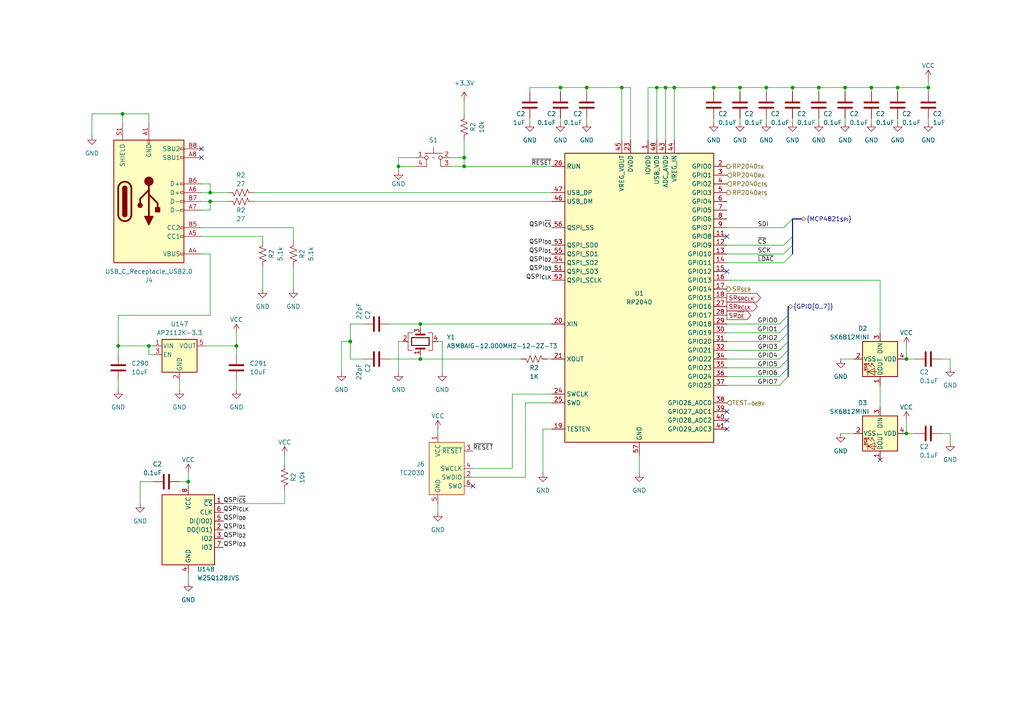
<source format=kicad_sch>
(kicad_sch (version 20230121) (generator eeschema)
  (paper "A4")
  (title_block (title "Extracellular Electrophysiology Test Board") (rev "A") (company "Open Ephys, Inc") (comment 1 "Jonathan P. Newman"))
  (lib_symbols
    (symbol "Connector:Conn_ARM_SWD_TagConnect_TC2030" (in_bom no)
      (property "Reference" "J" (at 2.54 11.43 0))
      (property "Value" "Conn_ARM_SWD_TagConnect_TC2030" (at 5.08 8.89 0))
      (symbol "Conn_ARM_SWD_TagConnect_TC2030_0_0"
        (pin power_in line (at -2.54 10.16 270) (length 2.54) (name "VCC") (number "1"))
        (pin bidirectional line (at 7.62 -2.54 180) (length 2.54) (name "SWDIO") (number "2"))
        (pin open_collector line (at 7.62 5.08 180) (length 2.54) (name "~{RESET}") (number "3"))
        (pin output line (at 7.62 0 180) (length 2.54) (name "SWCLK") (number "4"))
        (pin power_in line (at -2.54 -10.16 90) (length 2.54) (name "GND") (number "5"))
        (pin input line (at 7.62 -5.08 180) (length 2.54) (name "SWO") (number "6"))
      )
      (symbol "Conn_ARM_SWD_TagConnect_TC2030_0_1"
        (rectangle (start -5.08 7.62) (end 5.08 -7.62) (fill (type background)))
      )
    )
    (symbol "Connector:USB_C_Receptacle_USB2.0" (pin_names (offset 1.016))
      (property "Reference" "J" (at -10.16 19.05 0))
      (property "Value" "USB_C_Receptacle_USB2.0" (at 19.05 19.05 0))
      (symbol "USB_C_Receptacle_USB2.0_0_0"
        (rectangle (start -0.254 -17.78) (end 0.254 -16.764))
        (rectangle (start 10.16 -14.986) (end 9.144 -15.494))
        (rectangle (start 10.16 -12.446) (end 9.144 -12.954))
        (rectangle (start 10.16 -4.826) (end 9.144 -5.334))
        (rectangle (start 10.16 -2.286) (end 9.144 -2.794))
        (rectangle (start 10.16 0.254) (end 9.144 -0.254))
        (rectangle (start 10.16 2.794) (end 9.144 2.286))
        (rectangle (start 10.16 7.874) (end 9.144 7.366))
        (rectangle (start 10.16 10.414) (end 9.144 9.906))
        (rectangle (start 10.16 15.494) (end 9.144 14.986))
      )
      (symbol "USB_C_Receptacle_USB2.0_0_1"
        (rectangle (start -10.16 17.78) (end 10.16 -17.78) (stroke (width 0.254)) (fill (type background)))
        (arc (start -8.89 -3.81) (mid -6.985 -5.7067) (end -5.08 -3.81) (stroke (width 0.508)))
        (arc (start -7.62 -3.81) (mid -6.985 -4.4423) (end -6.35 -3.81) (stroke (width 0.254)))
        (arc (start -7.62 -3.81) (mid -6.985 -4.4423) (end -6.35 -3.81) (stroke (width 0.254)) (fill (type outline)))
        (rectangle (start -7.62 -3.81) (end -6.35 3.81) (stroke (width 0.254)) (fill (type outline)))
        (arc (start -6.35 3.81) (mid -6.985 4.4423) (end -7.62 3.81) (stroke (width 0.254)))
        (arc (start -6.35 3.81) (mid -6.985 4.4423) (end -7.62 3.81) (stroke (width 0.254)) (fill (type outline)))
        (arc (start -5.08 3.81) (mid -6.985 5.7067) (end -8.89 3.81) (stroke (width 0.508)))
        (circle (center -2.54 1.143) (radius 0.635) (stroke (width 0.254)) (fill (type outline)))
        (circle (center 0 -5.842) (radius 1.27) (fill (type outline)))
        (polyline (pts (xy -8.89 -3.81) (xy -8.89 3.81)) (stroke (width 0.508)))
        (polyline (pts (xy -5.08 3.81) (xy -5.08 -3.81)) (stroke (width 0.508)))
        (polyline (pts (xy 0 -5.842) (xy 0 4.318)) (stroke (width 0.508)))
        (polyline (pts (xy 0 -3.302) (xy -2.54 -0.762) (xy -2.54 0.508)) (stroke (width 0.508)))
        (polyline (pts (xy 0 -2.032) (xy 2.54 0.508) (xy 2.54 1.778)) (stroke (width 0.508)))
        (polyline (pts (xy -1.27 4.318) (xy 0 6.858) (xy 1.27 4.318) (xy -1.27 4.318)) (stroke (width 0.254)) (fill (type outline)))
        (rectangle (start 1.905 1.778) (end 3.175 3.048) (stroke (width 0.254)) (fill (type outline)))
      )
      (symbol "USB_C_Receptacle_USB2.0_1_1"
        (pin passive line (at 0 -22.86 90) (length 5.08) (name "GND") (number "A1"))
        (pin passive line (at 0 -22.86 90) (length 5.08) hide (name "GND") (number "A12"))
        (pin passive line (at 15.24 15.24 180) (length 5.08) (name "VBUS") (number "A4"))
        (pin bidirectional line (at 15.24 10.16 180) (length 5.08) (name "CC1") (number "A5"))
        (pin bidirectional line (at 15.24 -2.54 180) (length 5.08) (name "D+") (number "A6"))
        (pin bidirectional line (at 15.24 2.54 180) (length 5.08) (name "D-") (number "A7"))
        (pin bidirectional line (at 15.24 -12.7 180) (length 5.08) (name "SBU1") (number "A8"))
        (pin passive line (at 15.24 15.24 180) (length 5.08) hide (name "VBUS") (number "A9"))
        (pin passive line (at 0 -22.86 90) (length 5.08) hide (name "GND") (number "B1"))
        (pin passive line (at 0 -22.86 90) (length 5.08) hide (name "GND") (number "B12"))
        (pin passive line (at 15.24 15.24 180) (length 5.08) hide (name "VBUS") (number "B4"))
        (pin bidirectional line (at 15.24 7.62 180) (length 5.08) (name "CC2") (number "B5"))
        (pin bidirectional line (at 15.24 -5.08 180) (length 5.08) (name "D+") (number "B6"))
        (pin bidirectional line (at 15.24 0 180) (length 5.08) (name "D-") (number "B7"))
        (pin bidirectional line (at 15.24 -15.24 180) (length 5.08) (name "SBU2") (number "B8"))
        (pin passive line (at 15.24 15.24 180) (length 5.08) hide (name "VBUS") (number "B9"))
        (pin passive line (at -7.62 -22.86 90) (length 5.08) (name "SHIELD") (number "S1"))
      )
    )
    (symbol "Device:C" (pin_numbers hide) (pin_names (offset 0.254))
      (property "Reference" "C" (at 0.635 2.54 0))
      (property "Value" "C" (at 0.635 -2.54 0))
      (symbol "C_0_1"
        (polyline (pts (xy -2.032 -0.762) (xy 2.032 -0.762)) (stroke (width 0.508)))
        (polyline (pts (xy -2.032 0.762) (xy 2.032 0.762)) (stroke (width 0.508)))
      )
      (symbol "C_1_1"
        (pin passive line (at 0 3.81 270) (length 2.794) (name "~") (number "1"))
        (pin passive line (at 0 -3.81 90) (length 2.794) (name "~") (number "2"))
      )
    )
    (symbol "Device:Crystal_GND24" (pin_names (offset 1.016) hide)
      (property "Reference" "Y" (at 3.175 5.08 0))
      (property "Value" "Crystal_GND24" (at 3.175 3.175 0))
      (symbol "Crystal_GND24_0_1"
        (rectangle (start -1.143 2.54) (end 1.143 -2.54) (stroke (width 0.3048)))
        (polyline (pts (xy -2.54 0) (xy -2.032 0)))
        (polyline (pts (xy -2.032 -1.27) (xy -2.032 1.27)) (stroke (width 0.508)))
        (polyline (pts (xy 0 -3.81) (xy 0 -3.556)))
        (polyline (pts (xy 0 3.556) (xy 0 3.81)))
        (polyline (pts (xy 2.032 -1.27) (xy 2.032 1.27)) (stroke (width 0.508)))
        (polyline (pts (xy 2.032 0) (xy 2.54 0)))
        (polyline (pts (xy -2.54 -2.286) (xy -2.54 -3.556) (xy 2.54 -3.556) (xy 2.54 -2.286)))
        (polyline (pts (xy -2.54 2.286) (xy -2.54 3.556) (xy 2.54 3.556) (xy 2.54 2.286)))
      )
      (symbol "Crystal_GND24_1_1"
        (pin passive line (at -3.81 0 0) (length 1.27) (name "1") (number "1"))
        (pin passive line (at 0 5.08 270) (length 1.27) (name "2") (number "2"))
        (pin passive line (at 3.81 0 180) (length 1.27) (name "3") (number "3"))
        (pin passive line (at 0 -5.08 90) (length 1.27) (name "4") (number "4"))
      )
    )
    (symbol "Device:R_US" (pin_numbers hide) (pin_names (offset 0))
      (property "Reference" "R" (at 2.54 0 90))
      (property "Value" "R_US" (at -2.54 0 90))
      (symbol "R_US_0_1"
        (polyline (pts (xy 0 -2.286) (xy 0 -2.54)))
        (polyline (pts (xy 0 2.286) (xy 0 2.54)))
        (polyline (pts (xy 0 -0.762) (xy 1.016 -1.143) (xy 0 -1.524) (xy -1.016 -1.905) (xy 0 -2.286)))
        (polyline (pts (xy 0 0.762) (xy 1.016 0.381) (xy 0 0) (xy -1.016 -0.381) (xy 0 -0.762)))
        (polyline (pts (xy 0 2.286) (xy 1.016 1.905) (xy 0 1.524) (xy -1.016 1.143) (xy 0 0.762)))
      )
      (symbol "R_US_1_1"
        (pin passive line (at 0 3.81 270) (length 1.27) (name "~") (number "1"))
        (pin passive line (at 0 -3.81 90) (length 1.27) (name "~") (number "2"))
      )
    )
    (symbol "LED:SK6812MINI" (pin_names (offset 0.254))
      (property "Reference" "D" (at 5.08 5.715 0))
      (property "Value" "SK6812MINI" (at 1.27 -5.715 0))
      (symbol "SK6812MINI_0_0"
        (text "RGB" (at 2.286 -4.191 0) (effects (font (size 0.762 0.762))))
      )
      (symbol "SK6812MINI_0_1"
        (polyline (pts (xy 1.27 -3.556) (xy 1.778 -3.556)))
        (polyline (pts (xy 1.27 -2.54) (xy 1.778 -2.54)))
        (polyline (pts (xy 4.699 -3.556) (xy 2.667 -3.556)))
        (polyline (pts (xy 2.286 -2.54) (xy 1.27 -3.556) (xy 1.27 -3.048)))
        (polyline (pts (xy 2.286 -1.524) (xy 1.27 -2.54) (xy 1.27 -2.032)))
        (polyline (pts (xy 3.683 -1.016) (xy 3.683 -3.556) (xy 3.683 -4.064)))
        (polyline (pts (xy 4.699 -1.524) (xy 2.667 -1.524) (xy 3.683 -3.556) (xy 4.699 -1.524)))
        (rectangle (start 5.08 5.08) (end -5.08 -5.08) (stroke (width 0.254)) (fill (type background)))
      )
      (symbol "SK6812MINI_1_1"
        (pin output line (at 7.62 0 180) (length 2.54) (name "DOUT") (number "1"))
        (pin power_in line (at 0 -7.62 90) (length 2.54) (name "VSS") (number "2"))
        (pin input line (at -7.62 0 0) (length 2.54) (name "DIN") (number "3"))
        (pin power_in line (at 0 7.62 270) (length 2.54) (name "VDD") (number "4"))
      )
    )
    (symbol "MCU_RaspberryPi:RP2040"
      (property "Reference" "U" (at 17.78 45.72 0))
      (property "Value" "RP2040" (at 17.78 43.18 0))
      (symbol "RP2040_0_1"
        (rectangle (start -21.59 41.91) (end 21.59 -41.91) (stroke (width 0.254)) (fill (type background)))
      )
      (symbol "RP2040_1_1"
        (pin power_in line (at 2.54 45.72 270) (length 3.81) (name "IOVDD") (number "1"))
        (pin passive line (at 2.54 45.72 270) (length 3.81) hide (name "IOVDD") (number "10"))
        (pin bidirectional line (at 25.4 17.78 180) (length 3.81) (name "GPIO8") (number "11"))
        (pin bidirectional line (at 25.4 15.24 180) (length 3.81) (name "GPIO9") (number "12"))
        (pin bidirectional line (at 25.4 12.7 180) (length 3.81) (name "GPIO10") (number "13"))
        (pin bidirectional line (at 25.4 10.16 180) (length 3.81) (name "GPIO11") (number "14"))
        (pin bidirectional line (at 25.4 7.62 180) (length 3.81) (name "GPIO12") (number "15"))
        (pin bidirectional line (at 25.4 5.08 180) (length 3.81) (name "GPIO13") (number "16"))
        (pin bidirectional line (at 25.4 2.54 180) (length 3.81) (name "GPIO14") (number "17"))
        (pin bidirectional line (at 25.4 0 180) (length 3.81) (name "GPIO15") (number "18"))
        (pin input line (at -25.4 -38.1 0) (length 3.81) (name "TESTEN") (number "19"))
        (pin bidirectional line (at 25.4 38.1 180) (length 3.81) (name "GPIO0") (number "2"))
        (pin input line (at -25.4 -7.62 0) (length 3.81) (name "XIN") (number "20"))
        (pin passive line (at -25.4 -17.78 0) (length 3.81) (name "XOUT") (number "21"))
        (pin passive line (at 2.54 45.72 270) (length 3.81) hide (name "IOVDD") (number "22"))
        (pin power_in line (at -2.54 45.72 270) (length 3.81) (name "DVDD") (number "23"))
        (pin input line (at -25.4 -27.94 0) (length 3.81) (name "SWCLK") (number "24"))
        (pin bidirectional line (at -25.4 -30.48 0) (length 3.81) (name "SWD") (number "25"))
        (pin input line (at -25.4 38.1 0) (length 3.81) (name "RUN") (number "26"))
        (pin bidirectional line (at 25.4 -2.54 180) (length 3.81) (name "GPIO16") (number "27"))
        (pin bidirectional line (at 25.4 -5.08 180) (length 3.81) (name "GPIO17") (number "28"))
        (pin bidirectional line (at 25.4 -7.62 180) (length 3.81) (name "GPIO18") (number "29"))
        (pin bidirectional line (at 25.4 35.56 180) (length 3.81) (name "GPIO1") (number "3"))
        (pin bidirectional line (at 25.4 -10.16 180) (length 3.81) (name "GPIO19") (number "30"))
        (pin bidirectional line (at 25.4 -12.7 180) (length 3.81) (name "GPIO20") (number "31"))
        (pin bidirectional line (at 25.4 -15.24 180) (length 3.81) (name "GPIO21") (number "32"))
        (pin passive line (at 2.54 45.72 270) (length 3.81) hide (name "IOVDD") (number "33"))
        (pin bidirectional line (at 25.4 -17.78 180) (length 3.81) (name "GPIO22") (number "34"))
        (pin bidirectional line (at 25.4 -20.32 180) (length 3.81) (name "GPIO23") (number "35"))
        (pin bidirectional line (at 25.4 -22.86 180) (length 3.81) (name "GPIO24") (number "36"))
        (pin bidirectional line (at 25.4 -25.4 180) (length 3.81) (name "GPIO25") (number "37"))
        (pin bidirectional line (at 25.4 -30.48 180) (length 3.81) (name "GPIO26_ADC0") (number "38"))
        (pin bidirectional line (at 25.4 -33.02 180) (length 3.81) (name "GPIO27_ADC1") (number "39"))
        (pin bidirectional line (at 25.4 33.02 180) (length 3.81) (name "GPIO2") (number "4"))
        (pin bidirectional line (at 25.4 -35.56 180) (length 3.81) (name "GPIO28_ADC2") (number "40"))
        (pin bidirectional line (at 25.4 -38.1 180) (length 3.81) (name "GPIO29_ADC3") (number "41"))
        (pin passive line (at 2.54 45.72 270) (length 3.81) hide (name "IOVDD") (number "42"))
        (pin power_in line (at 7.62 45.72 270) (length 3.81) (name "ADC_AVDD") (number "43"))
        (pin power_in line (at 10.16 45.72 270) (length 3.81) (name "VREG_IN") (number "44"))
        (pin power_out line (at -5.08 45.72 270) (length 3.81) (name "VREG_VOUT") (number "45"))
        (pin bidirectional line (at -25.4 27.94 0) (length 3.81) (name "USB_DM") (number "46"))
        (pin bidirectional line (at -25.4 30.48 0) (length 3.81) (name "USB_DP") (number "47"))
        (pin power_in line (at 5.08 45.72 270) (length 3.81) (name "USB_VDD") (number "48"))
        (pin passive line (at 2.54 45.72 270) (length 3.81) hide (name "IOVDD") (number "49"))
        (pin bidirectional line (at 25.4 30.48 180) (length 3.81) (name "GPIO3") (number "5"))
        (pin passive line (at -2.54 45.72 270) (length 3.81) hide (name "DVDD") (number "50"))
        (pin bidirectional line (at -25.4 7.62 0) (length 3.81) (name "QSPI_SD3") (number "51"))
        (pin output line (at -25.4 5.08 0) (length 3.81) (name "QSPI_SCLK") (number "52"))
        (pin bidirectional line (at -25.4 15.24 0) (length 3.81) (name "QSPI_SD0") (number "53"))
        (pin bidirectional line (at -25.4 10.16 0) (length 3.81) (name "QSPI_SD2") (number "54"))
        (pin bidirectional line (at -25.4 12.7 0) (length 3.81) (name "QSPI_SD1") (number "55"))
        (pin bidirectional line (at -25.4 20.32 0) (length 3.81) (name "QSPI_SS") (number "56"))
        (pin power_in line (at 0 -45.72 90) (length 3.81) (name "GND") (number "57"))
        (pin bidirectional line (at 25.4 27.94 180) (length 3.81) (name "GPIO4") (number "6"))
        (pin bidirectional line (at 25.4 25.4 180) (length 3.81) (name "GPIO5") (number "7"))
        (pin bidirectional line (at 25.4 22.86 180) (length 3.81) (name "GPIO6") (number "8"))
        (pin bidirectional line (at 25.4 20.32 180) (length 3.81) (name "GPIO7") (number "9"))
      )
    )
    (symbol "Memory_Flash:W25Q128JVS"
      (property "Reference" "U" (at -8.89 8.89 0))
      (property "Value" "W25Q128JVS" (at 7.62 8.89 0))
      (symbol "W25Q128JVS_0_1"
        (rectangle (start -7.62 10.16) (end 7.62 -10.16) (stroke (width 0.254)) (fill (type background)))
      )
      (symbol "W25Q128JVS_1_1"
        (pin input line (at -10.16 7.62 0) (length 2.54) (name "~{CS}") (number "1"))
        (pin bidirectional line (at -10.16 0 0) (length 2.54) (name "DO(IO1)") (number "2"))
        (pin bidirectional line (at -10.16 -2.54 0) (length 2.54) (name "IO2") (number "3"))
        (pin power_in line (at 0 -12.7 90) (length 2.54) (name "GND") (number "4"))
        (pin bidirectional line (at -10.16 2.54 0) (length 2.54) (name "DI(IO0)") (number "5"))
        (pin input line (at -10.16 5.08 0) (length 2.54) (name "CLK") (number "6"))
        (pin bidirectional line (at -10.16 -5.08 0) (length 2.54) (name "IO3") (number "7"))
        (pin power_in line (at 0 12.7 270) (length 2.54) (name "VCC") (number "8"))
      )
    )
    (symbol "Regulator_Linear:AP2112K-3.3" (pin_names (offset 0.254))
      (property "Reference" "U" (at -5.08 5.715 0))
      (property "Value" "AP2112K-3.3" (at 0 5.715 0))
      (symbol "AP2112K-3.3_0_1"
        (rectangle (start -5.08 4.445) (end 5.08 -5.08) (stroke (width 0.254)) (fill (type background)))
      )
      (symbol "AP2112K-3.3_1_1"
        (pin power_in line (at -7.62 2.54 0) (length 2.54) (name "VIN") (number "1"))
        (pin power_in line (at 0 -7.62 90) (length 2.54) (name "GND") (number "2"))
        (pin input line (at -7.62 0 0) (length 2.54) (name "EN") (number "3"))
        (pin no_connect line (at 5.08 0 180) (length 2.54) hide (name "NC") (number "4"))
        (pin power_out line (at 7.62 2.54 180) (length 2.54) (name "VOUT") (number "5"))
      )
    )
    (symbol "open-ephys:SW_TACT"
      (property "Reference" "S" (at 0 5.08 0))
      (symbol "SW_TACT_0_1"
        (circle (center -2.032 0) (radius 0.508))
        (polyline (pts (xy -2.54 -2.54) (xy -2.032 -2.54)))
        (polyline (pts (xy -2.032 -0.508) (xy -2.032 -2.54)))
        (polyline (pts (xy 0 1.27) (xy 0 3.048)))
        (polyline (pts (xy 2.54 1.27) (xy -2.54 1.27)))
        (polyline (pts (xy 2.032 -0.508) (xy 2.032 -2.54) (xy 2.54 -2.54)))
        (circle (center 2.032 0) (radius 0.508))
      )
      (symbol "SW_TACT_1_1"
        (pin passive line (at -5.08 0 0) (length 2.54) (name "") (number "1"))
        (pin passive line (at 5.08 0 180) (length 2.54) (name "") (number "2"))
        (pin passive line (at 5.08 -2.54 180) (length 2.54) (name "") (number "3"))
        (pin passive line (at -5.08 -2.54 0) (length 2.54) (name "") (number "4"))
      )
    )
    (symbol "power:+3.3V" (power) (pin_names (offset 0))
      (property "Value" "+3.3V" (at 0 3.556 0))
      (symbol "+3.3V_0_1"
        (polyline (pts (xy -0.762 1.27) (xy 0 2.54)))
        (polyline (pts (xy 0 0) (xy 0 2.54)))
        (polyline (pts (xy 0 2.54) (xy 0.762 1.27)))
      )
      (symbol "+3.3V_1_1"
        (pin power_in line (at 0 0 90) (length 0) hide (name "+3.3V") (number "1"))
      )
    )
    (symbol "power:GND" (power) (pin_names (offset 0))
      (property "Value" "GND" (at 0 -3.81 0))
      (symbol "GND_0_1"
        (polyline (pts (xy 0 0) (xy 0 -1.27) (xy 1.27 -1.27) (xy 0 -2.54) (xy -1.27 -1.27) (xy 0 -1.27)))
      )
      (symbol "GND_1_1"
        (pin power_in line (at 0 0 270) (length 0) hide (name "GND") (number "1"))
      )
    )
    (symbol "power:VCC" (power) (pin_names (offset 0))
      (property "Value" "VCC" (at 0 3.81 0))
      (symbol "VCC_0_1"
        (polyline (pts (xy -0.762 1.27) (xy 0 2.54)))
        (polyline (pts (xy 0 0) (xy 0 2.54)))
        (polyline (pts (xy 0 2.54) (xy 0.762 1.27)))
      )
      (symbol "VCC_1_1"
        (pin power_in line (at 0 0 90) (length 0) hide (name "VCC") (number "1"))
      )
    )
  )
  (junction (at 115.57 48.26))
  (junction (at 245.11 25.4))
  (junction (at 180.34 25.4))
  (junction (at 252.73 25.4))
  (junction (at 60.96 58.42))
  (junction (at 195.58 25.4))
  (junction (at 222.25 25.4))
  (junction (at 134.62 45.72))
  (junction (at 43.18 100.33))
  (junction (at 60.96 55.88))
  (junction (at 262.89 125.73))
  (junction (at 262.89 104.14))
  (junction (at 170.18 25.4))
  (junction (at 101.6 99.06))
  (junction (at 68.58 100.33))
  (junction (at 121.92 93.98))
  (junction (at 121.92 104.14))
  (junction (at 260.35 25.4))
  (junction (at 229.87 25.4))
  (junction (at 193.04 25.4))
  (junction (at 162.56 25.4))
  (junction (at 34.29 100.33))
  (junction (at 190.5 25.4))
  (junction (at 35.56 33.02))
  (junction (at 207.01 25.4))
  (junction (at 269.24 25.4))
  (junction (at 214.63 25.4))
  (junction (at 134.62 48.26))
  (junction (at 54.61 139.7))
  (junction (at 237.49 25.4))
  (no_connect (at 255.27 133.35))
  (no_connect (at 210.82 68.58))
  (no_connect (at 210.82 119.38))
  (no_connect (at 210.82 124.46))
  (no_connect (at 137.16 140.97))
  (no_connect (at 210.82 121.92))
  (no_connect (at 210.82 78.74))
  (no_connect (at 58.42 43.18))
  (no_connect (at 58.42 45.72))
  (bus_entry (at 227.33 66.04) (size 2.54 -2.54))
  (bus_entry (at 228.6 109.22) (size -2.54 2.54))
  (bus_entry (at 228.6 99.06) (size -2.54 2.54))
  (bus_entry (at 228.6 91.44) (size -2.54 2.54))
  (bus_entry (at 227.33 73.66) (size 2.54 -2.54))
  (bus_entry (at 227.33 71.12) (size 2.54 -2.54))
  (bus_entry (at 228.6 104.14) (size -2.54 2.54))
  (bus_entry (at 228.6 106.68) (size -2.54 2.54))
  (bus_entry (at 228.6 96.52) (size -2.54 2.54))
  (bus_entry (at 228.6 101.6) (size -2.54 2.54))
  (bus_entry (at 228.6 93.98) (size -2.54 2.54))
  (bus_entry (at 227.33 76.2) (size 2.54 -2.54))
  (wire (pts (xy 58.42 53.34) (xy 60.96 53.34)))
  (wire (pts (xy 54.61 166.37) (xy 54.61 168.91)))
  (wire (pts (xy 128.27 107.95) (xy 128.27 99.06)))
  (wire (pts (xy 222.25 34.29) (xy 222.25 35.56)))
  (wire (pts (xy 34.29 110.49) (xy 34.29 113.03)))
  (wire (pts (xy 130.81 48.26) (xy 134.62 48.26)))
  (wire (pts (xy 115.57 48.26) (xy 115.57 49.53)))
  (wire (pts (xy 260.35 26.67) (xy 260.35 25.4)))
  (wire (pts (xy 275.59 104.14) (xy 273.05 104.14)))
  (wire (pts (xy 68.58 110.49) (xy 68.58 113.03)))
  (wire (pts (xy 255.27 118.11) (xy 255.27 111.76)))
  (wire (pts (xy 157.48 124.46) (xy 157.48 137.16)))
  (wire (pts (xy 182.88 25.4) (xy 180.34 25.4)))
  (wire (pts (xy 60.96 58.42) (xy 66.04 58.42)))
  (wire (pts (xy 60.96 55.88) (xy 66.04 55.88)))
  (wire (pts (xy 158.75 104.14) (xy 160.02 104.14)))
  (wire (pts (xy 44.45 102.87) (xy 43.18 102.87)))
  (wire (pts (xy 134.62 40.64) (xy 134.62 45.72)))
  (wire (pts (xy 185.42 132.08) (xy 185.42 137.16)))
  (wire (pts (xy 214.63 34.29) (xy 214.63 35.56)))
  (wire (pts (xy 210.82 111.76) (xy 226.06 111.76)))
  (wire (pts (xy 153.67 25.4) (xy 162.56 25.4)))
  (wire (pts (xy 214.63 26.67) (xy 214.63 25.4)))
  (wire (pts (xy 187.96 40.64) (xy 187.96 25.4)))
  (wire (pts (xy 148.59 135.89) (xy 137.16 135.89)))
  (wire (pts (xy 76.2 77.47) (xy 76.2 83.82)))
  (wire (pts (xy 60.96 91.44) (xy 34.29 91.44)))
  (wire (pts (xy 247.65 125.73) (xy 243.84 125.73)))
  (wire (pts (xy 105.41 93.98) (xy 101.6 93.98)))
  (bus (pts (xy 228.6 101.6) (xy 228.6 104.14)))
  (wire (pts (xy 101.6 93.98) (xy 101.6 99.06)))
  (wire (pts (xy 68.58 100.33) (xy 68.58 102.87)))
  (wire (pts (xy 245.11 34.29) (xy 245.11 35.56)))
  (wire (pts (xy 190.5 25.4) (xy 190.5 40.64)))
  (wire (pts (xy 40.64 139.7) (xy 44.45 139.7)))
  (wire (pts (xy 195.58 25.4) (xy 207.01 25.4)))
  (bus (pts (xy 228.6 93.98) (xy 228.6 96.52)))
  (wire (pts (xy 134.62 29.21) (xy 134.62 33.02)))
  (wire (pts (xy 153.67 34.29) (xy 153.67 35.56)))
  (wire (pts (xy 210.82 76.2) (xy 227.33 76.2)))
  (wire (pts (xy 64.77 146.05) (xy 82.55 146.05)))
  (wire (pts (xy 275.59 128.27) (xy 275.59 125.73)))
  (wire (pts (xy 237.49 26.67) (xy 237.49 25.4)))
  (wire (pts (xy 262.89 121.92) (xy 262.89 125.73)))
  (wire (pts (xy 121.92 104.14) (xy 151.13 104.14)))
  (wire (pts (xy 247.65 104.14) (xy 243.84 104.14)))
  (wire (pts (xy 113.03 93.98) (xy 121.92 93.98)))
  (wire (pts (xy 262.89 100.33) (xy 262.89 104.14)))
  (wire (pts (xy 229.87 25.4) (xy 237.49 25.4)))
  (wire (pts (xy 60.96 58.42) (xy 60.96 60.96)))
  (wire (pts (xy 210.82 109.22) (xy 226.06 109.22)))
  (wire (pts (xy 207.01 26.67) (xy 207.01 25.4)))
  (bus (pts (xy 229.87 63.5) (xy 229.87 68.58)))
  (wire (pts (xy 182.88 40.64) (xy 182.88 25.4)))
  (wire (pts (xy 44.45 100.33) (xy 43.18 100.33)))
  (wire (pts (xy 43.18 100.33) (xy 34.29 100.33)))
  (wire (pts (xy 237.49 25.4) (xy 245.11 25.4)))
  (wire (pts (xy 105.41 104.14) (xy 101.6 104.14)))
  (wire (pts (xy 26.67 33.02) (xy 26.67 39.37)))
  (wire (pts (xy 68.58 96.52) (xy 68.58 100.33)))
  (wire (pts (xy 101.6 99.06) (xy 99.06 99.06)))
  (bus (pts (xy 229.87 68.58) (xy 229.87 71.12)))
  (wire (pts (xy 195.58 25.4) (xy 195.58 40.64)))
  (wire (pts (xy 210.82 93.98) (xy 226.06 93.98)))
  (wire (pts (xy 76.2 68.58) (xy 76.2 69.85)))
  (bus (pts (xy 228.6 88.9) (xy 228.6 91.44)))
  (wire (pts (xy 58.42 58.42) (xy 60.96 58.42)))
  (wire (pts (xy 54.61 139.7) (xy 54.61 140.97)))
  (wire (pts (xy 252.73 34.29) (xy 252.73 35.56)))
  (bus (pts (xy 229.87 71.12) (xy 229.87 73.66)))
  (wire (pts (xy 43.18 102.87) (xy 43.18 100.33)))
  (wire (pts (xy 170.18 34.29) (xy 170.18 35.56)))
  (wire (pts (xy 170.18 25.4) (xy 162.56 25.4)))
  (wire (pts (xy 245.11 26.67) (xy 245.11 25.4)))
  (wire (pts (xy 152.4 138.43) (xy 137.16 138.43)))
  (wire (pts (xy 275.59 125.73) (xy 273.05 125.73)))
  (wire (pts (xy 43.18 35.56) (xy 43.18 33.02)))
  (wire (pts (xy 190.5 25.4) (xy 193.04 25.4)))
  (wire (pts (xy 269.24 22.86) (xy 269.24 25.4)))
  (wire (pts (xy 58.42 68.58) (xy 76.2 68.58)))
  (wire (pts (xy 52.07 139.7) (xy 54.61 139.7)))
  (wire (pts (xy 58.42 73.66) (xy 60.96 73.66)))
  (wire (pts (xy 82.55 146.05) (xy 82.55 142.24)))
  (wire (pts (xy 255.27 81.28) (xy 210.82 81.28)))
  (wire (pts (xy 121.92 102.87) (xy 121.92 104.14)))
  (wire (pts (xy 121.92 93.98) (xy 121.92 95.25)))
  (wire (pts (xy 193.04 25.4) (xy 195.58 25.4)))
  (wire (pts (xy 265.43 104.14) (xy 262.89 104.14)))
  (wire (pts (xy 35.56 33.02) (xy 35.56 35.56)))
  (wire (pts (xy 152.4 116.84) (xy 152.4 138.43)))
  (wire (pts (xy 134.62 45.72) (xy 134.62 48.26)))
  (wire (pts (xy 73.66 58.42) (xy 160.02 58.42)))
  (wire (pts (xy 148.59 114.3) (xy 148.59 135.89)))
  (wire (pts (xy 121.92 93.98) (xy 160.02 93.98)))
  (wire (pts (xy 210.82 99.06) (xy 226.06 99.06)))
  (wire (pts (xy 120.65 45.72) (xy 115.57 45.72)))
  (bus (pts (xy 228.6 91.44) (xy 228.6 93.98)))
  (wire (pts (xy 210.82 104.14) (xy 226.06 104.14)))
  (wire (pts (xy 210.82 71.12) (xy 227.33 71.12)))
  (wire (pts (xy 134.62 48.26) (xy 160.02 48.26)))
  (wire (pts (xy 245.11 25.4) (xy 252.73 25.4)))
  (wire (pts (xy 58.42 55.88) (xy 60.96 55.88)))
  (wire (pts (xy 85.09 77.47) (xy 85.09 83.82)))
  (wire (pts (xy 162.56 26.67) (xy 162.56 25.4)))
  (wire (pts (xy 269.24 26.67) (xy 269.24 25.4)))
  (wire (pts (xy 73.66 55.88) (xy 160.02 55.88)))
  (wire (pts (xy 162.56 34.29) (xy 162.56 35.56)))
  (wire (pts (xy 85.09 66.04) (xy 85.09 69.85)))
  (wire (pts (xy 269.24 34.29) (xy 269.24 35.56)))
  (wire (pts (xy 116.84 99.06) (xy 115.57 99.06)))
  (wire (pts (xy 59.69 100.33) (xy 68.58 100.33)))
  (bus (pts (xy 228.6 96.52) (xy 228.6 99.06)))
  (wire (pts (xy 229.87 26.67) (xy 229.87 25.4)))
  (bus (pts (xy 228.6 106.68) (xy 228.6 109.22)))
  (bus (pts (xy 228.6 104.14) (xy 228.6 106.68)))
  (wire (pts (xy 187.96 25.4) (xy 190.5 25.4)))
  (wire (pts (xy 128.27 99.06) (xy 127 99.06)))
  (wire (pts (xy 260.35 34.29) (xy 260.35 35.56)))
  (wire (pts (xy 180.34 40.64) (xy 180.34 25.4)))
  (wire (pts (xy 113.03 104.14) (xy 121.92 104.14)))
  (wire (pts (xy 58.42 66.04) (xy 85.09 66.04)))
  (wire (pts (xy 193.04 25.4) (xy 193.04 40.64)))
  (wire (pts (xy 115.57 48.26) (xy 120.65 48.26)))
  (wire (pts (xy 153.67 26.67) (xy 153.67 25.4)))
  (wire (pts (xy 252.73 26.67) (xy 252.73 25.4)))
  (wire (pts (xy 127 124.46) (xy 127 125.73)))
  (wire (pts (xy 170.18 25.4) (xy 180.34 25.4)))
  (wire (pts (xy 40.64 146.05) (xy 40.64 139.7)))
  (bus (pts (xy 228.6 99.06) (xy 228.6 101.6)))
  (wire (pts (xy 82.55 134.62) (xy 82.55 132.08)))
  (wire (pts (xy 54.61 137.16) (xy 54.61 139.7)))
  (wire (pts (xy 52.07 110.49) (xy 52.07 113.03)))
  (wire (pts (xy 207.01 25.4) (xy 214.63 25.4)))
  (wire (pts (xy 229.87 34.29) (xy 229.87 35.56)))
  (wire (pts (xy 222.25 26.67) (xy 222.25 25.4)))
  (wire (pts (xy 275.59 106.68) (xy 275.59 104.14)))
  (wire (pts (xy 160.02 116.84) (xy 152.4 116.84)))
  (bus (pts (xy 232.41 63.5) (xy 229.87 63.5)))
  (wire (pts (xy 130.81 45.72) (xy 134.62 45.72)))
  (wire (pts (xy 265.43 125.73) (xy 262.89 125.73)))
  (wire (pts (xy 160.02 114.3) (xy 148.59 114.3)))
  (wire (pts (xy 58.42 60.96) (xy 60.96 60.96)))
  (wire (pts (xy 127 146.05) (xy 127 148.59)))
  (wire (pts (xy 99.06 99.06) (xy 99.06 107.95)))
  (wire (pts (xy 35.56 33.02) (xy 26.67 33.02)))
  (wire (pts (xy 210.82 66.04) (xy 227.33 66.04)))
  (wire (pts (xy 34.29 100.33) (xy 34.29 102.87)))
  (wire (pts (xy 34.29 91.44) (xy 34.29 100.33)))
  (wire (pts (xy 210.82 96.52) (xy 226.06 96.52)))
  (wire (pts (xy 260.35 25.4) (xy 269.24 25.4)))
  (wire (pts (xy 255.27 96.52) (xy 255.27 81.28)))
  (wire (pts (xy 115.57 99.06) (xy 115.57 107.95)))
  (wire (pts (xy 207.01 34.29) (xy 207.01 35.56)))
  (wire (pts (xy 115.57 45.72) (xy 115.57 48.26)))
  (wire (pts (xy 210.82 101.6) (xy 226.06 101.6)))
  (wire (pts (xy 170.18 26.67) (xy 170.18 25.4)))
  (wire (pts (xy 60.96 73.66) (xy 60.96 91.44)))
  (wire (pts (xy 160.02 124.46) (xy 157.48 124.46)))
  (wire (pts (xy 222.25 25.4) (xy 229.87 25.4)))
  (wire (pts (xy 101.6 99.06) (xy 101.6 104.14)))
  (wire (pts (xy 214.63 25.4) (xy 222.25 25.4)))
  (wire (pts (xy 252.73 25.4) (xy 260.35 25.4)))
  (wire (pts (xy 60.96 53.34) (xy 60.96 55.88)))
  (wire (pts (xy 210.82 106.68) (xy 226.06 106.68)))
  (wire (pts (xy 210.82 73.66) (xy 227.33 73.66)))
  (wire (pts (xy 43.18 33.02) (xy 35.56 33.02)))
  (wire (pts (xy 237.49 34.29) (xy 237.49 35.56)))
  (label "QSPI_{D0}" (at 64.77 151.13 0))
  (label "QSPI_{D2}" (at 160.02 76.2 180))
  (label "QSPI_{D0}" (at 160.02 71.12 180))
  (label "QSPI_{D1}" (at 160.02 73.66 180))
  (label "QSPI_{CLK}" (at 160.02 81.28 180))
  (label "QSPI_{CLK}" (at 64.77 148.59 0))
  (label "QSPI_{D3}" (at 64.77 158.75 0))
  (label "~{RESET}" (at 137.16 130.81 0))
  (label "SDI" (at 219.71 66.04 0))
  (label "GPIO2" (at 219.71 99.06 0))
  (label "QSPI_{D3}" (at 160.02 78.74 180))
  (label "SCK" (at 219.71 73.66 0))
  (label "GPIO6" (at 219.71 109.22 0))
  (label "GPIO5" (at 219.71 106.68 0))
  (label "~{LDAC}" (at 219.71 76.2 0))
  (label "GPIO1" (at 219.71 96.52 0))
  (label "QSPI_{~{CS}}" (at 160.02 66.04 180))
  (label "GPIO4" (at 219.71 104.14 0))
  (label "GPIO7" (at 219.71 111.76 0))
  (label "QSPI_{D2}" (at 64.77 156.21 0))
  (label "~{CS}" (at 219.71 71.12 0))
  (label "QSPI_{D1}" (at 64.77 153.67 0))
  (label "~{RESET}" (at 160.02 48.26 180))
  (label "QSPI_{~{CS}}" (at 64.77 146.05 0))
  (label "GPIO0" (at 219.71 93.98 0))
  (label "GPIO3" (at 219.71 101.6 0))
  (global_label "SR_{SRCLK}" (shape output) (at 210.82 86.36 0) (property "Intersheetrefs" "${INTERSHEET_REFS}" (effects hide)))
  (global_label "SR_{~{OE}}" (shape output) (at 210.82 91.44 0) (property "Intersheetrefs" "${INTERSHEET_REFS}" (effects hide)))
  (global_label "SR_{RCLK}" (shape output) (at 210.82 88.9 0) (property "Intersheetrefs" "${INTERSHEET_REFS}" (effects hide)))
  (hierarchical_label "SR_{SER}" (shape output) (at 210.82 83.82 0))
  (hierarchical_label "TEST_{-0dBV}" (shape input) (at 210.82 116.84 0))
  (hierarchical_label "RP2040_{RX}" (shape input) (at 210.82 50.8 0))
  (hierarchical_label "RP2040_{CTS}" (shape input) (at 210.82 53.34 0))
  (hierarchical_label "RP2040_{RTS}" (shape output) (at 210.82 55.88 0))
  (hierarchical_label "{GPIO[0..7]}" (shape bidirectional) (at 228.6 88.9 0))
  (hierarchical_label "{MCP4821_{SPI}}" (shape bidirectional) (at 232.41 63.5 0))
  (hierarchical_label "RP2040_{TX}" (shape output) (at 210.82 48.26 0))
  (symbol (lib_id "open-ephys:SW_TACT") (at 125.73 45.72 0) (unit 1)
    (property "Reference" "S1" (at 125.73 40.64 0))
    (property "Value" "~" (at 125.73 45.72 0))
  )
  (symbol (lib_id "Device:R_US") (at 69.85 55.88 270) (mirror x) (unit 1)
    (property "Reference" "R2" (at 69.85 50.8 90))
    (property "Value" "27" (at 69.85 53.34 90))
    (instances (project "singal-path-test-board" (path "" (reference "R2") (unit 1)) (path "" (reference "R146") (unit 1))))
  )
  (symbol (lib_id "Connector:USB_C_Receptacle_USB2.0") (at 43.18 58.42 0) (mirror x) (unit 1)
    (property "Reference" "J4" (at 43.18 81.28 0))
    (property "Value" "USB_C_Receptacle_USB2.0" (at 43.18 78.74 0))
    (property "Datasheet" "https://www.usb.org/sites/default/files/documents/usb_type-c.zip" (effects hide))
  )
  (symbol (lib_id "power:GND") (at 34.29 113.03 0) (mirror y) (unit 1)
    (property "Reference" "#PWR042" (effects hide))
    (property "Value" "GND" (at 34.29 118.11 0))
    (instances (project "singal-path-test-board" (path "" (reference "#PWR042") (unit 1)) (path "" (reference "#PWR0566") (unit 1)) (path "" (reference "#PWR0573") (unit 1))))
  )
  (symbol (lib_id "Device:R_US") (at 85.09 73.66 0) (mirror y) (unit 1)
    (property "Reference" "R2" (at 87.63 73.66 90))
    (property "Value" "5.1k" (at 90.17 73.66 90))
    (instances (project "singal-path-test-board" (path "" (reference "R2") (unit 1)) (path "" (reference "R148") (unit 1))))
  )
  (symbol (lib_id "power:GND") (at 252.73 35.56 0) (mirror y) (unit 1)
    (property "Reference" "#PWR042" (effects hide))
    (property "Value" "GND" (at 252.73 40.64 0))
    (instances (project "singal-path-test-board" (path "" (reference "#PWR042") (unit 1)) (path "" (reference "#PWR0566") (unit 1)) (path "" (reference "#PWR0579") (unit 1))))
  )
  (symbol (lib_id "power:GND") (at 243.84 125.73 0) (mirror y) (unit 1)
    (property "Reference" "#PWR042" (effects hide))
    (property "Value" "GND" (at 243.84 130.81 0))
    (instances (project "singal-path-test-board" (path "" (reference "#PWR042") (unit 1)) (path "" (reference "#PWR0566") (unit 1)) (path "" (reference "#PWR0610") (unit 1))))
  )
  (symbol (lib_id "Device:C") (at 34.29 106.68 0) (unit 1)
    (property "Reference" "C290" (at 38.1 105.41 0) (effects (justify left)))
    (property "Value" "10uF" (at 38.1 107.95 0) (effects (justify left)))
    (property "Footprint" "Capacitor_SMD:C_0805_2012Metric" (effects hide))
  )
  (symbol (lib_id "Regulator_Linear:AP2112K-3.3") (at 52.07 102.87 0) (unit 1)
    (property "Reference" "U147" (at 52.07 93.98 0))
    (property "Value" "AP2112K-3.3" (at 52.07 96.52 0))
    (property "Footprint" "Package_TO_SOT_SMD:SOT-23-5" (effects hide))
    (property "Datasheet" "https://www.diodes.com/assets/Datasheets/AP2112.pdf" (effects hide))
  )
  (symbol (lib_id "power:GND") (at 127 148.59 0) (mirror y) (unit 1)
    (property "Reference" "#PWR042" (effects hide))
    (property "Value" "GND" (at 127 153.67 0))
    (instances (project "singal-path-test-board" (path "" (reference "#PWR042") (unit 1)) (path "" (reference "#PWR0566") (unit 1)) (path "" (reference "#PWR0615") (unit 1))))
  )
  (symbol (lib_id "Device:C") (at 68.58 106.68 0) (unit 1)
    (property "Reference" "C291" (at 72.39 105.41 0) (effects (justify left)))
    (property "Value" "10uF" (at 72.39 107.95 0) (effects (justify left)))
    (property "Footprint" "Capacitor_SMD:C_0805_2012Metric" (effects hide))
  )
  (symbol (lib_id "Device:C") (at 269.24 104.14 90) (unit 1)
    (property "Reference" "C2" (at 266.7 107.95 90) (effects (justify right)))
    (property "Value" "0.1uF" (at 266.7 110.49 90) (effects (justify right)))
    (property "Footprint" "Capacitor_SMD:C_0402_1005Metric" (effects hide))
    (instances (project "singal-path-test-board" (path "" (reference "C2") (unit 1)) (path "" (reference "C311") (unit 1))))
  )
  (symbol (lib_id "power:GND") (at 243.84 104.14 0) (mirror y) (unit 1)
    (property "Reference" "#PWR042" (effects hide))
    (property "Value" "GND" (at 243.84 109.22 0))
    (instances (project "singal-path-test-board" (path "" (reference "#PWR042") (unit 1)) (path "" (reference "#PWR0566") (unit 1)) (path "" (reference "#PWR0609") (unit 1))))
  )
  (symbol (lib_id "power:GND") (at 85.09 83.82 0) (mirror y) (unit 1)
    (property "Reference" "#PWR042" (effects hide))
    (property "Value" "GND" (at 85.09 88.9 0))
    (instances (project "singal-path-test-board" (path "" (reference "#PWR042") (unit 1)) (path "" (reference "#PWR0566") (unit 1)) (path "" (reference "#PWR0568") (unit 1))))
  )
  (symbol (lib_id "power:GND") (at 68.58 113.03 0) (mirror y) (unit 1)
    (property "Reference" "#PWR042" (effects hide))
    (property "Value" "GND" (at 68.58 118.11 0))
    (instances (project "singal-path-test-board" (path "" (reference "#PWR042") (unit 1)) (path "" (reference "#PWR0566") (unit 1)) (path "" (reference "#PWR0575") (unit 1))))
  )
  (symbol (lib_id "power:GND") (at 275.59 128.27 0) (unit 1)
    (property "Reference" "#PWR042" (effects hide))
    (property "Value" "GND" (at 275.59 133.35 0))
    (instances (project "singal-path-test-board" (path "" (reference "#PWR042") (unit 1)) (path "" (reference "#PWR0566") (unit 1)) (path "" (reference "#PWR0612") (unit 1))))
  )
  (symbol (lib_id "power:GND") (at 207.01 35.56 0) (mirror y) (unit 1)
    (property "Reference" "#PWR042" (effects hide))
    (property "Value" "GND" (at 207.01 40.64 0))
    (instances (project "singal-path-test-board" (path "" (reference "#PWR042") (unit 1)) (path "" (reference "#PWR0566") (unit 1)) (path "" (reference "#PWR0585") (unit 1))))
  )
  (symbol (lib_id "Device:C") (at 229.87 30.48 0) (mirror y) (unit 1)
    (property "Reference" "C2" (at 231.14 33.02 0) (effects (justify right)))
    (property "Value" "0.1uF" (at 231.14 35.56 0) (effects (justify right)))
    (property "Footprint" "Capacitor_SMD:C_0402_1005Metric" (effects hide))
    (instances (project "singal-path-test-board" (path "" (reference "C2") (unit 1)) (path "" (reference "C294") (unit 1))))
  )
  (symbol (lib_id "LED:SK6812MINI") (at 255.27 125.73 270) (unit 1)
    (property "Reference" "D3" (at 250.19 116.84 90))
    (property "Value" "SK6812MINI" (at 246.38 119.38 90))
    (property "Footprint" "LED_SMD:LED_SK6812MINI_PLCC4_3.5x3.5mm_P1.75mm" (effects hide))
    (property "Datasheet" "https://cdn-shop.adafruit.com/product-files/2686/SK6812MINI_REV.01-1-2.pdf" (effects hide))
  )
  (symbol (lib_id "Device:R_US") (at 76.2 73.66 0) (mirror y) (unit 1)
    (property "Reference" "R2" (at 78.74 73.66 90))
    (property "Value" "5.1k" (at 81.28 73.66 90))
    (instances (project "singal-path-test-board" (path "" (reference "R2") (unit 1)) (path "" (reference "R149") (unit 1))))
  )
  (symbol (lib_id "power:GND") (at 269.24 35.56 0) (mirror y) (unit 1)
    (property "Reference" "#PWR042" (effects hide))
    (property "Value" "GND" (at 269.24 40.64 0))
    (instances (project "singal-path-test-board" (path "" (reference "#PWR042") (unit 1)) (path "" (reference "#PWR0566") (unit 1)) (path "" (reference "#PWR0577") (unit 1))))
  )
  (symbol (lib_id "power:VCC") (at 269.24 22.86 0) (mirror y) (unit 1)
    (property "Reference" "#PWR04" (effects hide))
    (property "Value" "VCC" (at 269.24 19.05 0))
    (instances (project "singal-path-test-board" (path "" (reference "#PWR04") (unit 1)) (path "" (reference "#PWR0567") (unit 1))))
  )
  (symbol (lib_id "power:VCC") (at 262.89 121.92 0) (unit 1)
    (property "Reference" "#PWR04" (effects hide))
    (property "Value" "VCC" (at 262.89 118.11 0))
    (instances (project "singal-path-test-board" (path "" (reference "#PWR04") (unit 1)) (path "" (reference "#PWR0611") (unit 1))))
  )
  (symbol (lib_id "power:VCC") (at 68.58 96.52 0) (mirror y) (unit 1)
    (property "Reference" "#PWR04" (effects hide))
    (property "Value" "VCC" (at 68.58 92.71 0))
    (instances (project "singal-path-test-board" (path "" (reference "#PWR04") (unit 1)) (path "" (reference "#PWR0571") (unit 1))))
  )
  (symbol (lib_id "power:GND") (at 229.87 35.56 0) (mirror y) (unit 1)
    (property "Reference" "#PWR042" (effects hide))
    (property "Value" "GND" (at 229.87 40.64 0))
    (instances (project "singal-path-test-board" (path "" (reference "#PWR042") (unit 1)) (path "" (reference "#PWR0566") (unit 1)) (path "" (reference "#PWR0582") (unit 1))))
  )
  (symbol (lib_id "power:GND") (at 237.49 35.56 0) (mirror y) (unit 1)
    (property "Reference" "#PWR042" (effects hide))
    (property "Value" "GND" (at 237.49 40.64 0))
    (instances (project "singal-path-test-board" (path "" (reference "#PWR042") (unit 1)) (path "" (reference "#PWR0566") (unit 1)) (path "" (reference "#PWR0581") (unit 1))))
  )
  (symbol (lib_id "Device:C") (at 245.11 30.48 0) (mirror y) (unit 1)
    (property "Reference" "C2" (at 246.38 33.02 0) (effects (justify right)))
    (property "Value" "0.1uF" (at 246.38 35.56 0) (effects (justify right)))
    (property "Footprint" "Capacitor_SMD:C_0402_1005Metric" (effects hide))
    (instances (project "singal-path-test-board" (path "" (reference "C2") (unit 1)) (path "" (reference "C296") (unit 1))))
  )
  (symbol (lib_id "Device:C") (at 260.35 30.48 0) (mirror y) (unit 1)
    (property "Reference" "C2" (at 261.62 33.02 0) (effects (justify right)))
    (property "Value" "0.1uF" (at 261.62 35.56 0) (effects (justify right)))
    (property "Footprint" "Capacitor_SMD:C_0402_1005Metric" (effects hide))
    (instances (project "singal-path-test-board" (path "" (reference "C2") (unit 1)) (path "" (reference "C298") (unit 1))))
  )
  (symbol (lib_id "Device:C") (at 109.22 93.98 270) (unit 1)
    (property "Reference" "C2" (at 106.68 92.71 0) (effects (justify right)))
    (property "Value" "22pF" (at 104.14 92.71 0) (effects (justify right)))
    (property "Footprint" "Capacitor_SMD:C_0402_1005Metric" (effects hide))
    (property "TempCo" "NP0" (effects hide))
    (instances (project "singal-path-test-board" (path "" (reference "C2") (unit 1)) (path "" (reference "C305") (unit 1))))
  )
  (symbol (lib_id "Device:C") (at 252.73 30.48 0) (mirror y) (unit 1)
    (property "Reference" "C2" (at 254 33.02 0) (effects (justify right)))
    (property "Value" "0.1uF" (at 254 35.56 0) (effects (justify right)))
    (property "Footprint" "Capacitor_SMD:C_0402_1005Metric" (effects hide))
    (instances (project "singal-path-test-board" (path "" (reference "C2") (unit 1)) (path "" (reference "C297") (unit 1))))
  )
  (symbol (lib_id "Device:C") (at 153.67 30.48 0) (unit 1)
    (property "Reference" "C2" (at 152.4 33.02 0) (effects (justify right)))
    (property "Value" "1uF" (at 152.4 35.56 0) (effects (justify right)))
    (property "Footprint" "Capacitor_SMD:C_0603_1608Metric" (effects hide))
    (instances (project "singal-path-test-board" (path "" (reference "C2") (unit 1)) (path "" (reference "C303") (unit 1))))
  )
  (symbol (lib_id "Device:R_US") (at 154.94 104.14 270) (mirror x) (unit 1)
    (property "Reference" "R2" (at 154.94 106.68 90))
    (property "Value" "1K" (at 154.94 109.22 90))
    (instances (project "singal-path-test-board" (path "" (reference "R2") (unit 1)) (path "" (reference "R151") (unit 1))))
  )
  (symbol (lib_id "power:GND") (at 153.67 35.56 0) (unit 1)
    (property "Reference" "#PWR042" (effects hide))
    (property "Value" "GND" (at 153.67 40.64 0))
    (instances (project "singal-path-test-board" (path "" (reference "#PWR042") (unit 1)) (path "" (reference "#PWR0566") (unit 1)) (path "" (reference "#PWR0589") (unit 1))))
  )
  (symbol (lib_id "Device:C") (at 48.26 139.7 270) (mirror x) (unit 1)
    (property "Reference" "C2" (at 46.99 134.62 90) (effects (justify right)))
    (property "Value" "0.1uF" (at 46.99 137.16 90) (effects (justify right)))
    (property "Footprint" "Capacitor_SMD:C_0402_1005Metric" (effects hide))
    (instances (project "singal-path-test-board" (path "" (reference "C2") (unit 1)) (path "" (reference "C304") (unit 1))))
  )
  (symbol (lib_id "power:GND") (at 76.2 83.82 0) (mirror y) (unit 1)
    (property "Reference" "#PWR042" (effects hide))
    (property "Value" "GND" (at 76.2 88.9 0))
    (instances (project "singal-path-test-board" (path "" (reference "#PWR042") (unit 1)) (path "" (reference "#PWR0566") (unit 1)) (path "" (reference "#PWR0569") (unit 1))))
  )
  (symbol (lib_id "power:GND") (at 54.61 168.91 0) (mirror y) (unit 1)
    (property "Reference" "#PWR042" (effects hide))
    (property "Value" "GND" (at 54.61 173.99 0))
    (instances (project "singal-path-test-board" (path "" (reference "#PWR042") (unit 1)) (path "" (reference "#PWR0566") (unit 1)) (path "" (reference "#PWR0574") (unit 1))))
  )
  (symbol (lib_id "Device:C") (at 170.18 30.48 0) (unit 1)
    (property "Reference" "C2" (at 168.91 33.02 0) (effects (justify right)))
    (property "Value" "0.1uF" (at 168.91 35.56 0) (effects (justify right)))
    (property "Footprint" "Capacitor_SMD:C_0402_1005Metric" (effects hide))
    (instances (project "singal-path-test-board" (path "" (reference "C2") (unit 1)) (path "" (reference "C301") (unit 1))))
  )
  (symbol (lib_id "power:GND") (at 275.59 106.68 0) (unit 1)
    (property "Reference" "#PWR042" (effects hide))
    (property "Value" "GND" (at 275.59 111.76 0))
    (instances (project "singal-path-test-board" (path "" (reference "#PWR042") (unit 1)) (path "" (reference "#PWR0566") (unit 1)) (path "" (reference "#PWR0607") (unit 1))))
  )
  (symbol (lib_id "power:GND") (at 185.42 137.16 0) (mirror y) (unit 1)
    (property "Reference" "#PWR042" (effects hide))
    (property "Value" "GND" (at 185.42 142.24 0))
    (instances (project "singal-path-test-board" (path "" (reference "#PWR042") (unit 1)) (path "" (reference "#PWR0566") (unit 1)) (path "" (reference "#PWR0591") (unit 1))))
  )
  (symbol (lib_id "power:GND") (at 115.57 49.53 0) (unit 1)
    (property "Reference" "#PWR042" (effects hide))
    (property "Value" "GND" (at 115.57 53.34 0))
    (instances (project "singal-path-test-board" (path "" (reference "#PWR042") (unit 1)) (path "" (reference "#PWR0566") (unit 1)) (path "" (reference "#PWR0613") (unit 1))))
  )
  (symbol (lib_id "power:GND") (at 99.06 107.95 0) (mirror y) (unit 1)
    (property "Reference" "#PWR042" (effects hide))
    (property "Value" "GND" (at 99.06 113.03 0))
    (instances (project "singal-path-test-board" (path "" (reference "#PWR042") (unit 1)) (path "" (reference "#PWR0566") (unit 1)) (path "" (reference "#PWR0592") (unit 1))))
  )
  (symbol (lib_id "LED:SK6812MINI") (at 255.27 104.14 270) (unit 1)
    (property "Reference" "D2" (at 250.19 95.25 90))
    (property "Value" "SK6812MINI" (at 246.38 97.79 90))
    (property "Footprint" "LED_SMD:LED_SK6812MINI_PLCC4_3.5x3.5mm_P1.75mm" (effects hide))
    (property "Datasheet" "https://cdn-shop.adafruit.com/product-files/2686/SK6812MINI_REV.01-1-2.pdf" (effects hide))
  )
  (symbol (lib_id "power:GND") (at 170.18 35.56 0) (unit 1)
    (property "Reference" "#PWR042" (effects hide))
    (property "Value" "GND" (at 170.18 40.64 0))
    (instances (project "singal-path-test-board" (path "" (reference "#PWR042") (unit 1)) (path "" (reference "#PWR0566") (unit 1)) (path "" (reference "#PWR0586") (unit 1))))
  )
  (symbol (lib_id "power:GND") (at 115.57 107.95 0) (mirror y) (unit 1)
    (property "Reference" "#PWR042" (effects hide))
    (property "Value" "GND" (at 115.57 113.03 0))
    (instances (project "singal-path-test-board" (path "" (reference "#PWR042") (unit 1)) (path "" (reference "#PWR0566") (unit 1)) (path "" (reference "#PWR0593") (unit 1))))
  )
  (symbol (lib_id "Device:R_US") (at 69.85 58.42 270) (mirror x) (unit 1)
    (property "Reference" "R2" (at 69.85 60.96 90))
    (property "Value" "27" (at 69.85 63.5 90))
    (instances (project "singal-path-test-board" (path "" (reference "R2") (unit 1)) (path "" (reference "R147") (unit 1))))
  )
  (symbol (lib_id "power:GND") (at 222.25 35.56 0) (mirror y) (unit 1)
    (property "Reference" "#PWR042" (effects hide))
    (property "Value" "GND" (at 222.25 40.64 0))
    (instances (project "singal-path-test-board" (path "" (reference "#PWR042") (unit 1)) (path "" (reference "#PWR0566") (unit 1)) (path "" (reference "#PWR0583") (unit 1))))
  )
  (symbol (lib_id "Memory_Flash:W25Q128JVS") (at 54.61 153.67 0) (mirror y) (unit 1)
    (property "Reference" "U148" (at 57.15 165.1 0) (effects (justify right)))
    (property "Value" "W25Q128JVS" (at 57.15 167.64 0) (effects (justify right)))
    (property "Footprint" "Package_SO:SOIC-8_5.23x5.23mm_P1.27mm" (effects hide))
    (property "Datasheet" "http://www.winbond.com/resource-files/w25q128jv_dtr%20revc%2003272018%20plus.pdf" (effects hide))
  )
  (symbol (lib_id "power:GND") (at 40.64 146.05 0) (mirror y) (unit 1)
    (property "Reference" "#PWR042" (effects hide))
    (property "Value" "GND" (at 40.64 151.13 0))
    (instances (project "singal-path-test-board" (path "" (reference "#PWR042") (unit 1)) (path "" (reference "#PWR0566") (unit 1)) (path "" (reference "#PWR0590") (unit 1))))
  )
  (symbol (lib_id "Device:C") (at 237.49 30.48 0) (mirror y) (unit 1)
    (property "Reference" "C2" (at 238.76 33.02 0) (effects (justify right)))
    (property "Value" "0.1uF" (at 238.76 35.56 0) (effects (justify right)))
    (property "Footprint" "Capacitor_SMD:C_0402_1005Metric" (effects hide))
    (instances (project "singal-path-test-board" (path "" (reference "C2") (unit 1)) (path "" (reference "C295") (unit 1))))
  )
  (symbol (lib_id "Device:C") (at 269.24 30.48 0) (mirror y) (unit 1)
    (property "Reference" "C2" (at 270.51 33.02 0) (effects (justify right)))
    (property "Value" "1uF" (at 270.51 35.56 0) (effects (justify right)))
    (property "Footprint" "Capacitor_SMD:C_0603_1608Metric" (effects hide))
    (instances (project "singal-path-test-board" (path "" (reference "C2") (unit 1)) (path "" (reference "C300") (unit 1))))
  )
  (symbol (lib_id "Device:R_US") (at 134.62 36.83 0) (mirror y) (unit 1)
    (property "Reference" "R2" (at 137.16 36.83 90))
    (property "Value" "10k" (at 139.7 36.83 90))
    (instances (project "singal-path-test-board" (path "" (reference "R2") (unit 1)) (path "" (reference "R150") (unit 1))))
  )
  (symbol (lib_id "power:VCC") (at 54.61 137.16 0) (mirror y) (unit 1)
    (property "Reference" "#PWR04" (effects hide))
    (property "Value" "VCC" (at 54.61 133.35 0))
    (instances (project "singal-path-test-board" (path "" (reference "#PWR04") (unit 1)) (path "" (reference "#PWR0576") (unit 1))))
  )
  (symbol (lib_id "power:GND") (at 26.67 39.37 0) (mirror y) (unit 1)
    (property "Reference" "#PWR042" (effects hide))
    (property "Value" "GND" (at 26.67 44.45 0))
    (instances (project "singal-path-test-board" (path "" (reference "#PWR042") (unit 1)) (path "" (reference "#PWR0566") (unit 1)) (path "" (reference "#PWR0570") (unit 1))))
  )
  (symbol (lib_id "Device:C") (at 207.01 30.48 0) (mirror y) (unit 1)
    (property "Reference" "C2" (at 208.28 33.02 0) (effects (justify right)))
    (property "Value" "0.1uF" (at 208.28 35.56 0) (effects (justify right)))
    (property "Footprint" "Capacitor_SMD:C_0402_1005Metric" (effects hide))
    (instances (project "singal-path-test-board" (path "" (reference "C2") (unit 1)) (path "" (reference "C299") (unit 1))))
  )
  (symbol (lib_id "power:GND") (at 52.07 113.03 0) (mirror y) (unit 1)
    (property "Reference" "#PWR042" (effects hide))
    (property "Value" "GND" (at 52.07 118.11 0))
    (instances (project "singal-path-test-board" (path "" (reference "#PWR042") (unit 1)) (path "" (reference "#PWR0566") (unit 1)) (path "" (reference "#PWR0572") (unit 1))))
  )
  (symbol (lib_id "power:+3.3V") (at 134.62 29.21 0) (unit 1)
    (property "Reference" "#PWR0588" (effects hide))
    (property "Value" "+3.3V" (at 134.62 24.13 0))
  )
  (symbol (lib_id "power:VCC") (at 262.89 100.33 0) (unit 1)
    (property "Reference" "#PWR04" (effects hide))
    (property "Value" "VCC" (at 262.89 96.52 0))
    (instances (project "singal-path-test-board" (path "" (reference "#PWR04") (unit 1)) (path "" (reference "#PWR0608") (unit 1))))
  )
  (symbol (lib_id "Device:R_US") (at 82.55 138.43 0) (mirror y) (unit 1)
    (property "Reference" "R2" (at 85.09 138.43 90))
    (property "Value" "10k" (at 87.63 138.43 90))
    (instances (project "singal-path-test-board" (path "" (reference "R2") (unit 1)) (path "" (reference "R156") (unit 1))))
  )
  (symbol (lib_id "power:GND") (at 128.27 107.95 0) (mirror y) (unit 1)
    (property "Reference" "#PWR042" (effects hide))
    (property "Value" "GND" (at 128.27 113.03 0))
    (instances (project "singal-path-test-board" (path "" (reference "#PWR042") (unit 1)) (path "" (reference "#PWR0566") (unit 1)) (path "" (reference "#PWR0594") (unit 1))))
  )
  (symbol (lib_id "power:VCC") (at 127 124.46 0) (mirror y) (unit 1)
    (property "Reference" "#PWR04" (effects hide))
    (property "Value" "VCC" (at 127 120.65 0))
    (instances (project "singal-path-test-board" (path "" (reference "#PWR04") (unit 1)) (path "" (reference "#PWR0614") (unit 1))))
  )
  (symbol (lib_id "Device:C") (at 269.24 125.73 90) (unit 1)
    (property "Reference" "C2" (at 266.7 129.54 90) (effects (justify right)))
    (property "Value" "0.1uF" (at 266.7 132.08 90) (effects (justify right)))
    (property "Footprint" "Capacitor_SMD:C_0402_1005Metric" (effects hide))
    (instances (project "singal-path-test-board" (path "" (reference "C2") (unit 1)) (path "" (reference "C312") (unit 1))))
  )
  (symbol (lib_id "Device:Crystal_GND24") (at 121.92 99.06 90) (unit 1)
    (property "Reference" "Y1" (at 129.54 97.79 90) (effects (justify right)))
    (property "Value" "ABM8AIG-12.000MHZ-12-2Z-T3" (at 129.54 100.33 90) (effects (justify right)))
    (property "Footprint" "Crystal:Crystal_SMD_Abracon_ABM8AIG-4Pin_3.2x2.5mm" (effects hide))
  )
  (symbol (lib_id "Device:C") (at 214.63 30.48 0) (mirror y) (unit 1)
    (property "Reference" "C2" (at 215.9 33.02 0) (effects (justify right)))
    (property "Value" "0.1uF" (at 215.9 35.56 0) (effects (justify right)))
    (property "Footprint" "Capacitor_SMD:C_0402_1005Metric" (effects hide))
    (instances (project "singal-path-test-board" (path "" (reference "C2") (unit 1)) (path "" (reference "C292") (unit 1))))
  )
  (symbol (lib_id "Connector:Conn_ARM_SWD_TagConnect_TC2030") (at 129.54 135.89 0) (unit 1) (in_bom no)
    (property "Reference" "J6" (at 123.19 134.62 0) (effects (justify right)))
    (property "Value" "TC2030" (at 123.19 137.16 0) (effects (justify right)))
    (property "Footprint" "Connector:Tag-Connect_TC2030-IDC-FP_2x03_P1.27mm_Vertical" (effects hide))
    (property "Datasheet" "https://www.tag-connect.com/wp-content/uploads/bsk-pdf-manager/TC2030-CTX_1.pdf" (effects hide))
  )
  (symbol (lib_id "power:GND") (at 260.35 35.56 0) (mirror y) (unit 1)
    (property "Reference" "#PWR042" (effects hide))
    (property "Value" "GND" (at 260.35 40.64 0))
    (instances (project "singal-path-test-board" (path "" (reference "#PWR042") (unit 1)) (path "" (reference "#PWR0566") (unit 1)) (path "" (reference "#PWR0578") (unit 1))))
  )
  (symbol (lib_id "power:GND") (at 162.56 35.56 0) (unit 1)
    (property "Reference" "#PWR042" (effects hide))
    (property "Value" "GND" (at 162.56 40.64 0))
    (instances (project "singal-path-test-board" (path "" (reference "#PWR042") (unit 1)) (path "" (reference "#PWR0566") (unit 1)) (path "" (reference "#PWR0587") (unit 1))))
  )
  (symbol (lib_id "MCU_RaspberryPi:RP2040") (at 185.42 86.36 0) (unit 1)
    (property "Reference" "U1" (at 185.42 85.09 0))
    (property "Value" "RP2040" (at 185.42 87.63 0))
    (property "Footprint" "Package_DFN_QFN:QFN-56-1EP_7x7mm_P0.4mm_EP3.2x3.2mm" (effects hide))
    (property "Datasheet" "https://datasheets.raspberrypi.com/rp2040/rp2040-datasheet.pdf" (effects hide))
  )
  (symbol (lib_id "Device:C") (at 162.56 30.48 0) (unit 1)
    (property "Reference" "C2" (at 161.29 33.02 0) (effects (justify right)))
    (property "Value" "0.1uF" (at 161.29 35.56 0) (effects (justify right)))
    (property "Footprint" "Capacitor_SMD:C_0402_1005Metric" (effects hide))
    (instances (project "singal-path-test-board" (path "" (reference "C2") (unit 1)) (path "" (reference "C302") (unit 1))))
  )
  (symbol (lib_id "power:GND") (at 214.63 35.56 0) (mirror y) (unit 1)
    (property "Reference" "#PWR042" (effects hide))
    (property "Value" "GND" (at 214.63 40.64 0))
    (instances (project "singal-path-test-board" (path "" (reference "#PWR042") (unit 1)) (path "" (reference "#PWR0566") (unit 1)) (path "" (reference "#PWR0584") (unit 1))))
  )
  (symbol (lib_id "power:GND") (at 157.48 137.16 0) (mirror y) (unit 1)
    (property "Reference" "#PWR042" (effects hide))
    (property "Value" "GND" (at 157.48 142.24 0))
    (instances (project "singal-path-test-board" (path "" (reference "#PWR042") (unit 1)) (path "" (reference "#PWR0566") (unit 1)) (path "" (reference "#PWR0595") (unit 1))))
  )
  (symbol (lib_id "Device:C") (at 109.22 104.14 270) (mirror x) (unit 1)
    (property "Reference" "C2" (at 106.68 105.41 0) (effects (justify right)))
    (property "Value" "22pF" (at 104.14 105.41 0) (effects (justify right)))
    (property "Footprint" "Capacitor_SMD:C_0402_1005Metric" (effects hide))
    (property "TempCo" "NP0" (effects hide))
    (instances (project "singal-path-test-board" (path "" (reference "C2") (unit 1)) (path "" (reference "C307") (unit 1))))
  )
  (symbol (lib_id "power:GND") (at 245.11 35.56 0) (mirror y) (unit 1)
    (property "Reference" "#PWR042" (effects hide))
    (property "Value" "GND" (at 245.11 40.64 0))
    (instances (project "singal-path-test-board" (path "" (reference "#PWR042") (unit 1)) (path "" (reference "#PWR0566") (unit 1)) (path "" (reference "#PWR0580") (unit 1))))
  )
  (symbol (lib_id "Device:C") (at 222.25 30.48 0) (mirror y) (unit 1)
    (property "Reference" "C2" (at 223.52 33.02 0) (effects (justify right)))
    (property "Value" "0.1uF" (at 223.52 35.56 0) (effects (justify right)))
    (property "Footprint" "Capacitor_SMD:C_0402_1005Metric" (effects hide))
    (instances (project "singal-path-test-board" (path "" (reference "C2") (unit 1)) (path "" (reference "C293") (unit 1))))
  )
  (symbol (lib_id "power:VCC") (at 82.55 132.08 0) (mirror y) (unit 1)
    (property "Reference" "#PWR04" (effects hide))
    (property "Value" "VCC" (at 82.55 128.27 0))
    (instances (project "singal-path-test-board" (path "" (reference "#PWR04") (unit 1)) (path "" (reference "#PWR0606") (unit 1))))
  )
)
</source>
